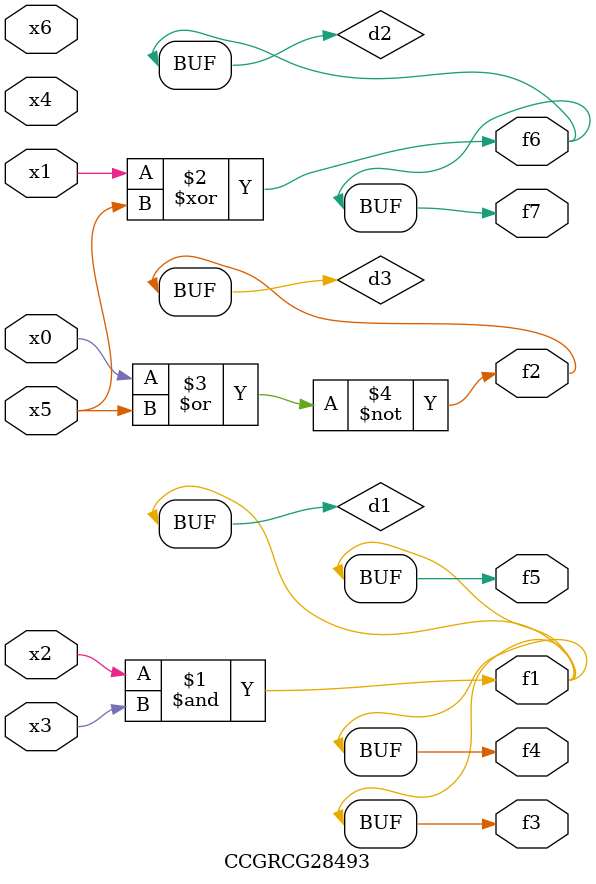
<source format=v>
module CCGRCG28493(
	input x0, x1, x2, x3, x4, x5, x6,
	output f1, f2, f3, f4, f5, f6, f7
);

	wire d1, d2, d3;

	and (d1, x2, x3);
	xor (d2, x1, x5);
	nor (d3, x0, x5);
	assign f1 = d1;
	assign f2 = d3;
	assign f3 = d1;
	assign f4 = d1;
	assign f5 = d1;
	assign f6 = d2;
	assign f7 = d2;
endmodule

</source>
